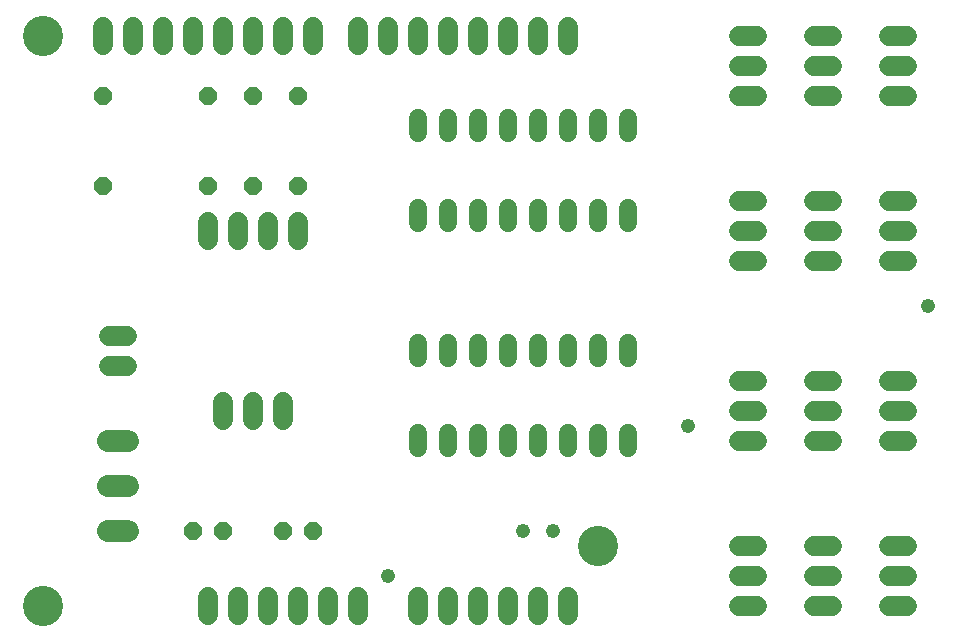
<source format=gts>
G75*
G70*
%OFA0B0*%
%FSLAX24Y24*%
%IPPOS*%
%LPD*%
%AMOC8*
5,1,8,0,0,1.08239X$1,22.5*
%
%ADD10C,0.1340*%
%ADD11C,0.0680*%
%ADD12C,0.0600*%
%ADD13OC8,0.0600*%
%ADD14C,0.0740*%
%ADD15C,0.0476*%
D10*
X001101Y001494D03*
X019601Y003494D03*
X001101Y020494D03*
D11*
X003101Y020794D02*
X003101Y020194D01*
X004101Y020194D02*
X004101Y020794D01*
X005101Y020794D02*
X005101Y020194D01*
X006101Y020194D02*
X006101Y020794D01*
X007101Y020794D02*
X007101Y020194D01*
X008101Y020194D02*
X008101Y020794D01*
X009101Y020794D02*
X009101Y020194D01*
X010101Y020194D02*
X010101Y020794D01*
X011601Y020794D02*
X011601Y020194D01*
X012601Y020194D02*
X012601Y020794D01*
X013601Y020794D02*
X013601Y020194D01*
X014601Y020194D02*
X014601Y020794D01*
X015601Y020794D02*
X015601Y020194D01*
X016601Y020194D02*
X016601Y020794D01*
X017601Y020794D02*
X017601Y020194D01*
X018601Y020194D02*
X018601Y020794D01*
X024301Y020494D02*
X024901Y020494D01*
X024901Y019494D02*
X024301Y019494D01*
X024301Y018494D02*
X024901Y018494D01*
X026801Y018494D02*
X027401Y018494D01*
X027401Y019494D02*
X026801Y019494D01*
X026801Y020494D02*
X027401Y020494D01*
X029301Y020494D02*
X029901Y020494D01*
X029901Y019494D02*
X029301Y019494D01*
X029301Y018494D02*
X029901Y018494D01*
X029901Y014994D02*
X029301Y014994D01*
X029301Y013994D02*
X029901Y013994D01*
X029901Y012994D02*
X029301Y012994D01*
X027401Y012994D02*
X026801Y012994D01*
X026801Y013994D02*
X027401Y013994D01*
X027401Y014994D02*
X026801Y014994D01*
X024901Y014994D02*
X024301Y014994D01*
X024301Y013994D02*
X024901Y013994D01*
X024901Y012994D02*
X024301Y012994D01*
X024301Y008994D02*
X024901Y008994D01*
X024901Y007994D02*
X024301Y007994D01*
X024301Y006994D02*
X024901Y006994D01*
X026801Y006994D02*
X027401Y006994D01*
X027401Y007994D02*
X026801Y007994D01*
X026801Y008994D02*
X027401Y008994D01*
X029301Y008994D02*
X029901Y008994D01*
X029901Y007994D02*
X029301Y007994D01*
X029301Y006994D02*
X029901Y006994D01*
X029901Y003494D02*
X029301Y003494D01*
X029301Y002494D02*
X029901Y002494D01*
X029901Y001494D02*
X029301Y001494D01*
X027401Y001494D02*
X026801Y001494D01*
X026801Y002494D02*
X027401Y002494D01*
X027401Y003494D02*
X026801Y003494D01*
X024901Y003494D02*
X024301Y003494D01*
X024301Y002494D02*
X024901Y002494D01*
X024901Y001494D02*
X024301Y001494D01*
X018601Y001794D02*
X018601Y001194D01*
X017601Y001194D02*
X017601Y001794D01*
X016601Y001794D02*
X016601Y001194D01*
X015601Y001194D02*
X015601Y001794D01*
X014601Y001794D02*
X014601Y001194D01*
X013601Y001194D02*
X013601Y001794D01*
X011601Y001794D02*
X011601Y001194D01*
X010601Y001194D02*
X010601Y001794D01*
X009601Y001794D02*
X009601Y001194D01*
X008601Y001194D02*
X008601Y001794D01*
X007601Y001794D02*
X007601Y001194D01*
X006601Y001194D02*
X006601Y001794D01*
X007101Y007694D02*
X007101Y008294D01*
X008101Y008294D02*
X008101Y007694D01*
X009101Y007694D02*
X009101Y008294D01*
X003901Y009494D02*
X003301Y009494D01*
X003301Y010494D02*
X003901Y010494D01*
X006601Y013694D02*
X006601Y014294D01*
X007601Y014294D02*
X007601Y013694D01*
X008601Y013694D02*
X008601Y014294D01*
X009601Y014294D02*
X009601Y013694D01*
D12*
X013601Y014234D02*
X013601Y014754D01*
X014601Y014754D02*
X014601Y014234D01*
X015601Y014234D02*
X015601Y014754D01*
X016601Y014754D02*
X016601Y014234D01*
X017601Y014234D02*
X017601Y014754D01*
X018601Y014754D02*
X018601Y014234D01*
X019601Y014234D02*
X019601Y014754D01*
X020601Y014754D02*
X020601Y014234D01*
X020601Y017234D02*
X020601Y017754D01*
X019601Y017754D02*
X019601Y017234D01*
X018601Y017234D02*
X018601Y017754D01*
X017601Y017754D02*
X017601Y017234D01*
X016601Y017234D02*
X016601Y017754D01*
X015601Y017754D02*
X015601Y017234D01*
X014601Y017234D02*
X014601Y017754D01*
X013601Y017754D02*
X013601Y017234D01*
X013601Y010254D02*
X013601Y009734D01*
X014601Y009734D02*
X014601Y010254D01*
X015601Y010254D02*
X015601Y009734D01*
X016601Y009734D02*
X016601Y010254D01*
X017601Y010254D02*
X017601Y009734D01*
X018601Y009734D02*
X018601Y010254D01*
X019601Y010254D02*
X019601Y009734D01*
X020601Y009734D02*
X020601Y010254D01*
X020601Y007254D02*
X020601Y006734D01*
X019601Y006734D02*
X019601Y007254D01*
X018601Y007254D02*
X018601Y006734D01*
X017601Y006734D02*
X017601Y007254D01*
X016601Y007254D02*
X016601Y006734D01*
X015601Y006734D02*
X015601Y007254D01*
X014601Y007254D02*
X014601Y006734D01*
X013601Y006734D02*
X013601Y007254D01*
D13*
X010101Y003994D03*
X009101Y003994D03*
X007101Y003994D03*
X006101Y003994D03*
X006601Y015494D03*
X008101Y015494D03*
X009601Y015494D03*
X009601Y018494D03*
X008101Y018494D03*
X006601Y018494D03*
X003101Y018494D03*
X003101Y015494D03*
D14*
X003271Y006994D02*
X003931Y006994D01*
X003931Y005494D02*
X003271Y005494D01*
X003271Y003994D02*
X003931Y003994D01*
D15*
X012601Y002494D03*
X017101Y003994D03*
X018101Y003994D03*
X022601Y007494D03*
X030601Y011494D03*
M02*

</source>
